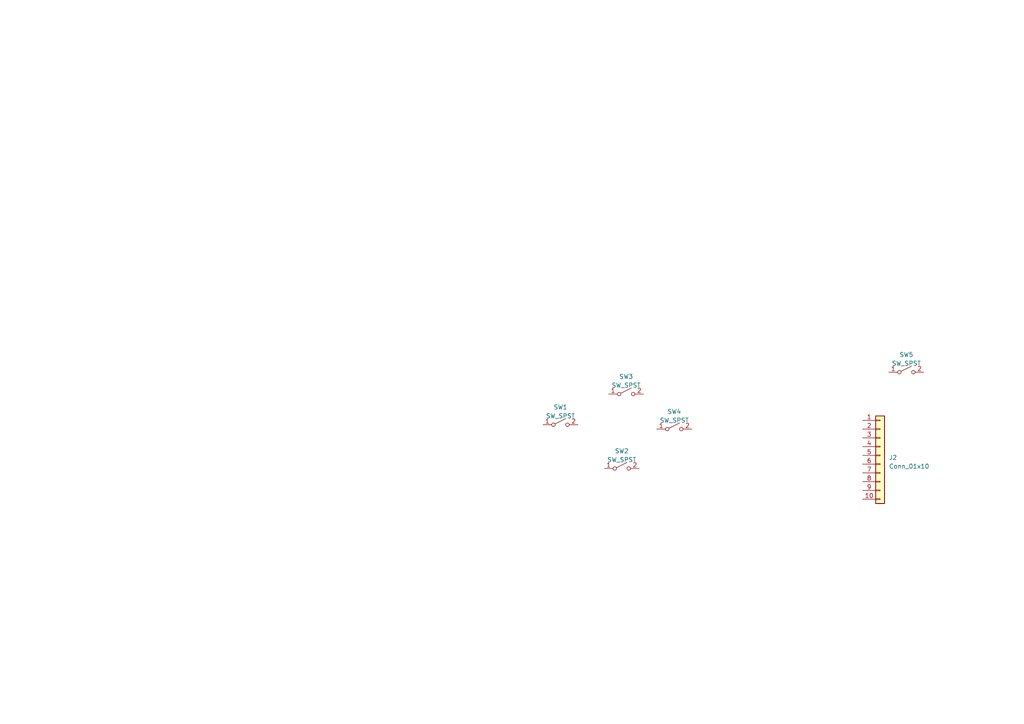
<source format=kicad_sch>
(kicad_sch (version 20231120) (generator "eeschema") (generator_version "8.0")
  (paper "A4")
  (lib_symbols
    (symbol "Connector_Generic:Conn_01x10" (pin_names (offset 1.016) hide)
      (property "Reference" "J" (at 0 12.7 0))
      (property "Value" "Conn_01x10" (at 0 -15.24 0))
      (symbol "Conn_01x10_1_1"
        (rectangle (start -1.27 -12.573) (end 0 -12.827) (stroke (width 0.1524)))
        (rectangle (start -1.27 -10.033) (end 0 -10.287) (stroke (width 0.1524)))
        (rectangle (start -1.27 -7.493) (end 0 -7.747) (stroke (width 0.1524)))
        (rectangle (start -1.27 -4.953) (end 0 -5.207) (stroke (width 0.1524)))
        (rectangle (start -1.27 -2.413) (end 0 -2.667) (stroke (width 0.1524)))
        (rectangle (start -1.27 0.127) (end 0 -0.127) (stroke (width 0.1524)))
        (rectangle (start -1.27 2.667) (end 0 2.413) (stroke (width 0.1524)))
        (rectangle (start -1.27 5.207) (end 0 4.953) (stroke (width 0.1524)))
        (rectangle (start -1.27 7.747) (end 0 7.493) (stroke (width 0.1524)))
        (rectangle (start -1.27 10.287) (end 0 10.033) (stroke (width 0.1524)))
        (rectangle (start -1.27 11.43) (end 1.27 -13.97) (stroke (width 0.254)) (fill (type background)))
        (pin passive line (at -5.08 10.16 0) (length 3.81) (name "Pin_1") (number "1"))
        (pin passive line (at -5.08 -12.7 0) (length 3.81) (name "Pin_10") (number "10"))
        (pin passive line (at -5.08 7.62 0) (length 3.81) (name "Pin_2") (number "2"))
        (pin passive line (at -5.08 5.08 0) (length 3.81) (name "Pin_3") (number "3"))
        (pin passive line (at -5.08 2.54 0) (length 3.81) (name "Pin_4") (number "4"))
        (pin passive line (at -5.08 0 0) (length 3.81) (name "Pin_5") (number "5"))
        (pin passive line (at -5.08 -2.54 0) (length 3.81) (name "Pin_6") (number "6"))
        (pin passive line (at -5.08 -5.08 0) (length 3.81) (name "Pin_7") (number "7"))
        (pin passive line (at -5.08 -7.62 0) (length 3.81) (name "Pin_8") (number "8"))
        (pin passive line (at -5.08 -10.16 0) (length 3.81) (name "Pin_9") (number "9"))
      )
    )
    (symbol "Switch:SW_SPST" (pin_names (offset 0) hide)
      (property "Reference" "SW" (at 0 3.175 0))
      (property "Value" "SW_SPST" (at 0 -2.54 0))
      (symbol "SW_SPST_0_0"
        (circle (center -2.032 0) (radius 0.508))
        (polyline (pts (xy -1.524 0.254) (xy 1.524 1.778)))
        (circle (center 2.032 0) (radius 0.508))
      )
      (symbol "SW_SPST_1_1"
        (pin passive line (at -5.08 0 0) (length 2.54) (name "A") (number "1"))
        (pin passive line (at 5.08 0 180) (length 2.54) (name "B") (number "2"))
      )
    )
  )
  (symbol (lib_id "Switch:SW_SPST") (at 181.61 114.3 0) (unit 1)
    (property "Reference" "SW3" (at 181.61 109.22 0))
    (property "Value" "SW_SPST" (at 181.61 111.76 0))
    (property "Footprint" "Button_Switch_SMD:SW_SPST_EVQP0" (effects (hide yes)))
    (property "Datasheet" "https://jlcpcb.com/partdetail/Xunpu-TS_1003ST26/C455234" (effects (hide yes)))
    (property "JLCPCB" "C455234" (effects (hide yes)))
  )
  (symbol (lib_id "Switch:SW_SPST") (at 162.56 123.19 0) (unit 1)
    (property "Reference" "SW1" (at 162.56 118.11 0))
    (property "Value" "SW_SPST" (at 162.56 120.65 0))
    (property "Footprint" "Button_Switch_SMD:SW_SPST_EVQP0" (effects (hide yes)))
    (property "Datasheet" "https://jlcpcb.com/partdetail/Xunpu-TS_1003ST26/C455234" (effects (hide yes)))
    (property "JLCPCB" "C455234" (effects (hide yes)))
  )
  (symbol (lib_id "Switch:SW_SPST") (at 195.58 124.46 0) (unit 1)
    (property "Reference" "SW4" (at 195.58 119.38 0))
    (property "Value" "SW_SPST" (at 195.58 121.92 0))
    (property "Footprint" "Button_Switch_SMD:SW_SPST_EVQP0" (effects (hide yes)))
    (property "Datasheet" "https://jlcpcb.com/partdetail/Xunpu-TS_1003ST26/C455234" (effects (hide yes)))
    (property "JLCPCB" "C455234" (effects (hide yes)))
  )
  (symbol (lib_id "Switch:SW_SPST") (at 180.34 135.89 0) (unit 1)
    (property "Reference" "SW2" (at 180.34 130.81 0))
    (property "Value" "SW_SPST" (at 180.34 133.35 0))
    (property "Footprint" "Button_Switch_SMD:SW_SPST_EVQP0" (effects (hide yes)))
    (property "Datasheet" "https://jlcpcb.com/partdetail/Xunpu-TS_1003ST26/C455234" (effects (hide yes)))
    (property "JLCPCB" "C455234" (effects (hide yes)))
  )
  (symbol (lib_id "Connector_Generic:Conn_01x10") (at 255.27 132.08 0) (unit 1)
    (property "Reference" "J2" (at 257.81 132.715 0) (effects (justify left)))
    (property "Value" "Conn_01x10" (at 257.81 135.255 0) (effects (justify left)))
    (property "Footprint" "Potentiometer_THT:Potentiometer_Piher_PT-15-V02_Vertical" (effects (hide yes)))
  )
  (symbol (lib_id "Switch:SW_SPST") (at 262.89 107.95 0) (unit 1)
    (property "Reference" "SW5" (at 262.89 102.87 0))
    (property "Value" "SW_SPST" (at 262.89 105.41 0))
    (property "Footprint" "Button_Switch_SMD:SW_SPST_EVQP0" (effects (hide yes)))
    (property "Datasheet" "https://jlcpcb.com/partdetail/Xunpu-TS_1003ST26/C455234" (effects (hide yes)))
    (property "JLCPCB" "C455234" (effects (hide yes)))
  )
)
</source>
